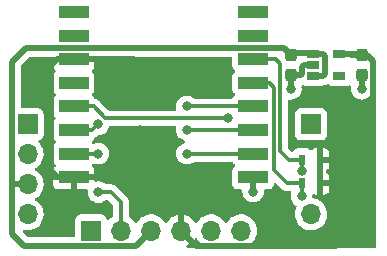
<source format=gbr>
%TF.GenerationSoftware,KiCad,Pcbnew,(6.0.1)*%
%TF.CreationDate,2022-06-04T23:11:39+02:00*%
%TF.ProjectId,esp-lvl,6573702d-6c76-46c2-9e6b-696361645f70,rev?*%
%TF.SameCoordinates,Original*%
%TF.FileFunction,Copper,L1,Top*%
%TF.FilePolarity,Positive*%
%FSLAX46Y46*%
G04 Gerber Fmt 4.6, Leading zero omitted, Abs format (unit mm)*
G04 Created by KiCad (PCBNEW (6.0.1)) date 2022-06-04 23:11:39*
%MOMM*%
%LPD*%
G01*
G04 APERTURE LIST*
G04 Aperture macros list*
%AMRoundRect*
0 Rectangle with rounded corners*
0 $1 Rounding radius*
0 $2 $3 $4 $5 $6 $7 $8 $9 X,Y pos of 4 corners*
0 Add a 4 corners polygon primitive as box body*
4,1,4,$2,$3,$4,$5,$6,$7,$8,$9,$2,$3,0*
0 Add four circle primitives for the rounded corners*
1,1,$1+$1,$2,$3*
1,1,$1+$1,$4,$5*
1,1,$1+$1,$6,$7*
1,1,$1+$1,$8,$9*
0 Add four rect primitives between the rounded corners*
20,1,$1+$1,$2,$3,$4,$5,0*
20,1,$1+$1,$4,$5,$6,$7,0*
20,1,$1+$1,$6,$7,$8,$9,0*
20,1,$1+$1,$8,$9,$2,$3,0*%
G04 Aperture macros list end*
%TA.AperFunction,ComponentPad*%
%ADD10R,1.700000X1.700000*%
%TD*%
%TA.AperFunction,ComponentPad*%
%ADD11O,1.700000X1.700000*%
%TD*%
%TA.AperFunction,SMDPad,CuDef*%
%ADD12R,2.500000X1.000000*%
%TD*%
%TA.AperFunction,SMDPad,CuDef*%
%ADD13R,0.600000X0.900000*%
%TD*%
%TA.AperFunction,SMDPad,CuDef*%
%ADD14RoundRect,0.237500X-0.237500X0.287500X-0.237500X-0.287500X0.237500X-0.287500X0.237500X0.287500X0*%
%TD*%
%TA.AperFunction,SMDPad,CuDef*%
%ADD15R,1.060000X0.650000*%
%TD*%
%TA.AperFunction,ViaPad*%
%ADD16C,0.800000*%
%TD*%
%TA.AperFunction,Conductor*%
%ADD17C,0.500000*%
%TD*%
%TA.AperFunction,Conductor*%
%ADD18C,0.300000*%
%TD*%
G04 APERTURE END LIST*
D10*
%TO.P,J2,1,P1*%
%TO.N,/PWM_Colour*%
X110000000Y-75000000D03*
D11*
%TO.P,J2,4,P4*%
%TO.N,unconnected-(J2-Pad4)*%
X110000000Y-82620000D03*
%TD*%
D12*
%TO.P,U2,1,~{RST}*%
%TO.N,unconnected-(U2-Pad1)*%
X89900000Y-65500000D03*
%TO.P,U2,2,ADC*%
%TO.N,unconnected-(U2-Pad2)*%
X89900000Y-67500000D03*
%TO.P,U2,3,EN*%
%TO.N,+3V3*%
X89900000Y-69500000D03*
%TO.P,U2,4,GPIO16*%
%TO.N,unconnected-(U2-Pad4)*%
X89900000Y-71500000D03*
%TO.P,U2,5,GPIO14*%
%TO.N,/PWM_Colour*%
X89900000Y-73500000D03*
%TO.P,U2,6,GPIO12*%
%TO.N,/PWM_Bright*%
X89900000Y-75500000D03*
%TO.P,U2,7,GPIO13*%
%TO.N,/SENS*%
X89900000Y-77500000D03*
%TO.P,U2,8,VCC*%
%TO.N,+3V3*%
X89900000Y-79500000D03*
%TO.P,U2,15,GND*%
%TO.N,GND*%
X105100000Y-79500000D03*
%TO.P,U2,16,GPIO15*%
%TO.N,Net-(R5-Pad1)*%
X105100000Y-77500000D03*
%TO.P,U2,17,GPIO2*%
%TO.N,Net-(R2-Pad1)*%
X105100000Y-75500000D03*
%TO.P,U2,18,GPIO0*%
%TO.N,Net-(R1-Pad1)*%
X105100000Y-73500000D03*
%TO.P,U2,19,GPIO4*%
%TO.N,/SDA*%
X105100000Y-71500000D03*
%TO.P,U2,20,GPIO5*%
%TO.N,/SCL*%
X105100000Y-69500000D03*
%TO.P,U2,21,GPIO3/RXD*%
%TO.N,unconnected-(U2-Pad21)*%
X105100000Y-67500000D03*
%TO.P,U2,22,GPIO1/TXD*%
%TO.N,unconnected-(U2-Pad22)*%
X105100000Y-65500000D03*
%TD*%
D13*
%TO.P,R3,1*%
%TO.N,/SDA*%
X109250000Y-80000000D03*
%TO.P,R3,2*%
%TO.N,+3V3*%
X110750000Y-80000000D03*
%TD*%
D14*
%TO.P,C1,1*%
%TO.N,+5V*%
X108300000Y-69125000D03*
%TO.P,C1,2*%
%TO.N,GND*%
X108300000Y-70875000D03*
%TD*%
D15*
%TO.P,U1,1,IN*%
%TO.N,+5V*%
X110200000Y-69050000D03*
%TO.P,U1,2,GND*%
%TO.N,GND*%
X110200000Y-70000000D03*
%TO.P,U1,3,EN*%
%TO.N,+5V*%
X110200000Y-70950000D03*
%TO.P,U1,4,BYP*%
%TO.N,unconnected-(U1-Pad4)*%
X112400000Y-70950000D03*
%TO.P,U1,5,OUT*%
%TO.N,+3V3*%
X112400000Y-69050000D03*
%TD*%
D10*
%TO.P,J1,1,P1*%
%TO.N,unconnected-(J1-Pad1)*%
X86000000Y-75000000D03*
D11*
%TO.P,J1,2,P2*%
%TO.N,/PWM_Bright*%
X86000000Y-77540000D03*
%TO.P,J1,3,P3*%
%TO.N,+5V*%
X86000000Y-80080000D03*
%TO.P,J1,4,P4*%
%TO.N,GND*%
X86000000Y-82620000D03*
%TD*%
D13*
%TO.P,R4,1*%
%TO.N,/SCL*%
X109250000Y-78000000D03*
%TO.P,R4,2*%
%TO.N,+3V3*%
X110750000Y-78000000D03*
%TD*%
D10*
%TO.P,J3,1,P1*%
%TO.N,GND*%
X91380000Y-84000000D03*
D11*
%TO.P,J3,2,P2*%
%TO.N,/SENS*%
X93920000Y-84000000D03*
%TO.P,J3,3,P3*%
%TO.N,+5V*%
X96460000Y-84000000D03*
%TO.P,J3,4,P4*%
%TO.N,+3V3*%
X99000000Y-84000000D03*
%TO.P,J3,5,P5*%
%TO.N,/SCL*%
X101540000Y-84000000D03*
%TO.P,J3,6,6*%
%TO.N,/SDA*%
X104080000Y-84000000D03*
%TD*%
D14*
%TO.P,C2,1*%
%TO.N,+3V3*%
X114300000Y-69125000D03*
%TO.P,C2,2*%
%TO.N,GND*%
X114300000Y-70875000D03*
%TD*%
D16*
%TO.N,GND*%
X105100000Y-80700000D03*
X108300000Y-72000000D03*
X114300000Y-72000000D03*
%TO.N,+3V3*%
X95500000Y-75500000D03*
X95500000Y-73500000D03*
%TO.N,/SENS*%
X92000000Y-77500000D03*
X92000000Y-80750500D03*
%TO.N,/PWM_Bright*%
X92000000Y-75000000D03*
%TO.N,/SCL*%
X109200000Y-78950498D03*
%TO.N,/SDA*%
X109200000Y-81100000D03*
%TO.N,/PWM_Colour*%
X103000000Y-74500000D03*
%TO.N,Net-(R1-Pad1)*%
X99500000Y-73500000D03*
%TO.N,Net-(R2-Pad1)*%
X99500000Y-75500000D03*
%TO.N,Net-(R5-Pad1)*%
X99500000Y-77500000D03*
%TD*%
D17*
%TO.N,+5V*%
X95160489Y-85299511D02*
X85699511Y-85299511D01*
X86000000Y-80080000D02*
X84880000Y-80080000D01*
X96460000Y-84000000D02*
X95160489Y-85299511D01*
X111179511Y-70774511D02*
X111004022Y-70950000D01*
X84700489Y-79900489D02*
X84700489Y-69699511D01*
X110200000Y-69050000D02*
X111004022Y-69050000D01*
X85699511Y-85299511D02*
X84700489Y-84300489D01*
X84800000Y-80000000D02*
X84880000Y-80080000D01*
X111004022Y-69050000D02*
X111179511Y-69225489D01*
X108300000Y-69125000D02*
X108425000Y-69000000D01*
X85849511Y-68550489D02*
X107725489Y-68550489D01*
X110150000Y-69000000D02*
X110200000Y-69050000D01*
X107725489Y-68550489D02*
X108300000Y-69125000D01*
X84700489Y-80099511D02*
X84800000Y-80000000D01*
X84700489Y-84300489D02*
X84700489Y-80099511D01*
X111179511Y-69225489D02*
X111179511Y-70774511D01*
X108425000Y-69000000D02*
X110150000Y-69000000D01*
X111004022Y-70950000D02*
X110200000Y-70950000D01*
X84700489Y-69699511D02*
X85849511Y-68550489D01*
X84880000Y-80080000D02*
X84700489Y-79900489D01*
%TO.N,GND*%
X108300000Y-70875000D02*
X109125000Y-70875000D01*
X109125000Y-70875000D02*
X109220489Y-70779511D01*
X109220489Y-70175489D02*
X109395978Y-70000000D01*
X109395978Y-70000000D02*
X110200000Y-70000000D01*
X108300000Y-70875000D02*
X108300000Y-72000000D01*
X105100000Y-79500000D02*
X105100000Y-80700000D01*
X109220489Y-70779511D02*
X109220489Y-70175489D01*
X114300000Y-70875000D02*
X114300000Y-72000000D01*
%TO.N,+3V3*%
X114300000Y-69125000D02*
X114712500Y-69125000D01*
X115224520Y-69637020D02*
X115224520Y-77975480D01*
X99000000Y-84000000D02*
X100300000Y-85300000D01*
X115200000Y-78000000D02*
X110750000Y-78000000D01*
X88500000Y-69500000D02*
X89900000Y-69500000D01*
X114712500Y-69125000D02*
X115224520Y-69637020D01*
X89900000Y-79500000D02*
X95600000Y-79500000D01*
X88000000Y-79000000D02*
X88000000Y-70000000D01*
X112100000Y-85300000D02*
X115200000Y-82200000D01*
X114225000Y-69050000D02*
X114300000Y-69125000D01*
X95600000Y-79500000D02*
X98000000Y-79500000D01*
X98000000Y-79500000D02*
X99000000Y-80500000D01*
X89900000Y-79500000D02*
X88500000Y-79500000D01*
X89900000Y-69500000D02*
X95000000Y-69500000D01*
X115224520Y-77975480D02*
X115200000Y-78000000D01*
X88000000Y-70000000D02*
X88500000Y-69500000D01*
X99000000Y-80500000D02*
X99000000Y-84000000D01*
X95500000Y-79400000D02*
X95600000Y-79500000D01*
X110750000Y-80000000D02*
X110750000Y-78000000D01*
X100300000Y-85300000D02*
X112100000Y-85300000D01*
X95000000Y-69500000D02*
X95500000Y-70000000D01*
X115200000Y-82200000D02*
X115200000Y-78000000D01*
X112400000Y-69050000D02*
X114225000Y-69050000D01*
X95500000Y-70000000D02*
X95500000Y-73500000D01*
X88500000Y-79500000D02*
X88000000Y-79000000D01*
X95500000Y-75500000D02*
X95500000Y-79400000D01*
D18*
%TO.N,/SENS*%
X92000000Y-80750500D02*
X93050500Y-80750500D01*
X93050500Y-80750500D02*
X93920000Y-81620000D01*
X93920000Y-81620000D02*
X93920000Y-84000000D01*
X89900000Y-77500000D02*
X92000000Y-77500000D01*
%TO.N,/PWM_Bright*%
X89900000Y-75500000D02*
X91500000Y-75500000D01*
X91500000Y-75500000D02*
X92000000Y-75000000D01*
%TO.N,/SCL*%
X107399520Y-69899520D02*
X107399520Y-77299520D01*
X107399520Y-77299520D02*
X108100000Y-78000000D01*
X107000000Y-69500000D02*
X107399520Y-69899520D01*
X109200000Y-78950498D02*
X109200000Y-78050000D01*
X109200000Y-78050000D02*
X109250000Y-78000000D01*
X105100000Y-69500000D02*
X107000000Y-69500000D01*
X108100000Y-78000000D02*
X109250000Y-78000000D01*
%TO.N,/SDA*%
X106900000Y-71900000D02*
X106900000Y-78900000D01*
X109200000Y-81100000D02*
X109200000Y-80050000D01*
X106500000Y-71500000D02*
X106900000Y-71900000D01*
X106900000Y-78900000D02*
X108000000Y-80000000D01*
X108000000Y-80000000D02*
X109250000Y-80000000D01*
X105100000Y-71500000D02*
X106500000Y-71500000D01*
X109200000Y-80050000D02*
X109250000Y-80000000D01*
%TO.N,/PWM_Colour*%
X103000000Y-74500000D02*
X92600000Y-74500000D01*
X92600000Y-74500000D02*
X91600000Y-73500000D01*
X91600000Y-73500000D02*
X89900000Y-73500000D01*
%TO.N,Net-(R1-Pad1)*%
X99500000Y-73500000D02*
X105100000Y-73500000D01*
%TO.N,Net-(R2-Pad1)*%
X99500000Y-75500000D02*
X105100000Y-75500000D01*
%TO.N,Net-(R5-Pad1)*%
X99500000Y-77500000D02*
X105100000Y-77500000D01*
%TD*%
%TA.AperFunction,Conductor*%
%TO.N,+3V3*%
G36*
X100351751Y-84674678D02*
G01*
X100379579Y-84706511D01*
X100439987Y-84805088D01*
X100586250Y-84973938D01*
X100758126Y-85116632D01*
X100951000Y-85229338D01*
X100955825Y-85231180D01*
X100955826Y-85231181D01*
X101000630Y-85248290D01*
X101057133Y-85291278D01*
X101081426Y-85357989D01*
X101065796Y-85427244D01*
X101015204Y-85477054D01*
X100955681Y-85492000D01*
X99585004Y-85492000D01*
X99516883Y-85471998D01*
X99470390Y-85418342D01*
X99460286Y-85348068D01*
X99489780Y-85283488D01*
X99529571Y-85252849D01*
X99693095Y-85172739D01*
X99701945Y-85167464D01*
X99875328Y-85043792D01*
X99883200Y-85037139D01*
X100034052Y-84886812D01*
X100040730Y-84878965D01*
X100168022Y-84701819D01*
X100169279Y-84702722D01*
X100216373Y-84659362D01*
X100286311Y-84647145D01*
X100351751Y-84674678D01*
G37*
%TD.AperFunction*%
%TA.AperFunction,Conductor*%
G36*
X103283621Y-69328991D02*
G01*
X103330114Y-69382647D01*
X103341500Y-69434989D01*
X103341500Y-70048134D01*
X103348255Y-70110316D01*
X103399385Y-70246705D01*
X103486739Y-70363261D01*
X103534660Y-70399176D01*
X103577173Y-70456033D01*
X103582199Y-70526851D01*
X103548139Y-70589145D01*
X103534670Y-70600817D01*
X103486739Y-70636739D01*
X103399385Y-70753295D01*
X103348255Y-70889684D01*
X103341500Y-70951866D01*
X103341500Y-72048134D01*
X103348255Y-72110316D01*
X103399385Y-72246705D01*
X103486739Y-72363261D01*
X103534660Y-72399176D01*
X103577173Y-72456033D01*
X103582199Y-72526851D01*
X103548139Y-72589145D01*
X103534670Y-72600817D01*
X103486739Y-72636739D01*
X103399385Y-72753295D01*
X103396233Y-72761703D01*
X103391923Y-72769575D01*
X103390259Y-72768664D01*
X103354337Y-72816490D01*
X103287776Y-72841193D01*
X103278991Y-72841500D01*
X100180224Y-72841500D01*
X100112103Y-72821498D01*
X100106163Y-72817436D01*
X100105909Y-72817251D01*
X100007996Y-72746113D01*
X99962094Y-72712763D01*
X99962093Y-72712762D01*
X99956752Y-72708882D01*
X99950724Y-72706198D01*
X99950722Y-72706197D01*
X99788319Y-72633891D01*
X99788318Y-72633891D01*
X99782288Y-72631206D01*
X99688887Y-72611353D01*
X99601944Y-72592872D01*
X99601939Y-72592872D01*
X99595487Y-72591500D01*
X99404513Y-72591500D01*
X99398061Y-72592872D01*
X99398056Y-72592872D01*
X99311113Y-72611353D01*
X99217712Y-72631206D01*
X99211682Y-72633891D01*
X99211681Y-72633891D01*
X99049278Y-72706197D01*
X99049276Y-72706198D01*
X99043248Y-72708882D01*
X98888747Y-72821134D01*
X98884326Y-72826044D01*
X98884325Y-72826045D01*
X98771036Y-72951866D01*
X98760960Y-72963056D01*
X98665473Y-73128444D01*
X98606458Y-73310072D01*
X98586496Y-73500000D01*
X98606458Y-73689928D01*
X98606883Y-73691237D01*
X98601628Y-73760095D01*
X98558811Y-73816727D01*
X98492173Y-73841220D01*
X98483784Y-73841500D01*
X92924950Y-73841500D01*
X92856829Y-73821498D01*
X92835855Y-73804595D01*
X92123655Y-73092395D01*
X92115665Y-73083615D01*
X92115663Y-73083613D01*
X92111416Y-73076920D01*
X92059742Y-73028395D01*
X92056901Y-73025641D01*
X92036333Y-73005073D01*
X92032826Y-73002353D01*
X92023804Y-72994647D01*
X91995913Y-72968456D01*
X91990133Y-72963028D01*
X91983181Y-72959206D01*
X91971342Y-72952697D01*
X91954818Y-72941843D01*
X91944132Y-72933555D01*
X91937868Y-72928696D01*
X91930596Y-72925549D01*
X91930594Y-72925548D01*
X91895465Y-72910346D01*
X91884805Y-72905124D01*
X91851284Y-72886695D01*
X91851282Y-72886694D01*
X91844337Y-72882876D01*
X91823559Y-72877541D01*
X91804869Y-72871142D01*
X91785176Y-72862620D01*
X91739552Y-72855394D01*
X91727928Y-72852986D01*
X91692007Y-72843763D01*
X91631001Y-72807449D01*
X91605361Y-72765955D01*
X91603765Y-72761698D01*
X91600615Y-72753295D01*
X91595235Y-72746116D01*
X91595233Y-72746113D01*
X91518642Y-72643919D01*
X91513261Y-72636739D01*
X91465340Y-72600824D01*
X91422827Y-72543967D01*
X91417801Y-72473149D01*
X91451861Y-72410855D01*
X91465330Y-72399183D01*
X91513261Y-72363261D01*
X91600615Y-72246705D01*
X91651745Y-72110316D01*
X91658500Y-72048134D01*
X91658500Y-70951866D01*
X91651745Y-70889684D01*
X91600615Y-70753295D01*
X91513261Y-70636739D01*
X91464926Y-70600514D01*
X91422411Y-70543655D01*
X91417385Y-70472836D01*
X91451445Y-70410543D01*
X91464925Y-70398862D01*
X91505726Y-70368283D01*
X91518285Y-70355724D01*
X91594786Y-70253649D01*
X91603324Y-70238054D01*
X91648478Y-70117606D01*
X91652105Y-70102351D01*
X91657631Y-70051486D01*
X91658000Y-70044672D01*
X91658000Y-69772115D01*
X91653525Y-69756876D01*
X91652135Y-69755671D01*
X91644452Y-69754000D01*
X88160116Y-69754000D01*
X88144877Y-69758475D01*
X88143672Y-69759865D01*
X88142001Y-69767548D01*
X88142001Y-70044669D01*
X88142371Y-70051490D01*
X88147895Y-70102352D01*
X88151521Y-70117604D01*
X88196676Y-70238054D01*
X88205214Y-70253649D01*
X88281715Y-70355724D01*
X88294274Y-70368283D01*
X88335075Y-70398862D01*
X88377589Y-70455722D01*
X88382614Y-70526540D01*
X88348554Y-70588834D01*
X88335075Y-70600513D01*
X88286739Y-70636739D01*
X88199385Y-70753295D01*
X88148255Y-70889684D01*
X88141500Y-70951866D01*
X88141500Y-72048134D01*
X88148255Y-72110316D01*
X88199385Y-72246705D01*
X88286739Y-72363261D01*
X88334660Y-72399176D01*
X88377173Y-72456033D01*
X88382199Y-72526851D01*
X88348139Y-72589145D01*
X88334670Y-72600817D01*
X88286739Y-72636739D01*
X88199385Y-72753295D01*
X88148255Y-72889684D01*
X88141500Y-72951866D01*
X88141500Y-74048134D01*
X88148255Y-74110316D01*
X88199385Y-74246705D01*
X88286739Y-74363261D01*
X88334660Y-74399176D01*
X88377173Y-74456033D01*
X88382199Y-74526851D01*
X88348139Y-74589145D01*
X88334670Y-74600817D01*
X88286739Y-74636739D01*
X88199385Y-74753295D01*
X88148255Y-74889684D01*
X88141500Y-74951866D01*
X88141500Y-76048134D01*
X88148255Y-76110316D01*
X88199385Y-76246705D01*
X88286739Y-76363261D01*
X88334660Y-76399176D01*
X88377173Y-76456033D01*
X88382199Y-76526851D01*
X88348139Y-76589145D01*
X88334670Y-76600817D01*
X88286739Y-76636739D01*
X88199385Y-76753295D01*
X88148255Y-76889684D01*
X88141500Y-76951866D01*
X88141500Y-78048134D01*
X88148255Y-78110316D01*
X88199385Y-78246705D01*
X88286739Y-78363261D01*
X88293919Y-78368642D01*
X88335074Y-78399486D01*
X88377589Y-78456345D01*
X88382615Y-78527164D01*
X88348555Y-78589457D01*
X88335075Y-78601138D01*
X88294274Y-78631717D01*
X88281715Y-78644276D01*
X88205214Y-78746351D01*
X88196676Y-78761946D01*
X88151522Y-78882394D01*
X88147895Y-78897649D01*
X88142369Y-78948514D01*
X88142000Y-78955328D01*
X88142000Y-79227885D01*
X88146475Y-79243124D01*
X88147865Y-79244329D01*
X88155548Y-79246000D01*
X91639884Y-79246000D01*
X91655123Y-79241525D01*
X91656328Y-79240135D01*
X91657999Y-79232452D01*
X91657999Y-78955331D01*
X91657629Y-78948510D01*
X91652105Y-78897648D01*
X91648479Y-78882396D01*
X91603324Y-78761946D01*
X91594786Y-78746351D01*
X91518285Y-78644276D01*
X91505726Y-78631717D01*
X91464925Y-78601138D01*
X91422411Y-78544278D01*
X91417386Y-78473460D01*
X91451446Y-78411166D01*
X91464926Y-78399486D01*
X91506081Y-78368642D01*
X91513261Y-78363261D01*
X91513630Y-78362769D01*
X91572250Y-78330759D01*
X91643065Y-78335824D01*
X91650281Y-78338773D01*
X91711677Y-78366108D01*
X91711685Y-78366111D01*
X91717712Y-78368794D01*
X91811113Y-78388647D01*
X91898056Y-78407128D01*
X91898061Y-78407128D01*
X91904513Y-78408500D01*
X92095487Y-78408500D01*
X92101939Y-78407128D01*
X92101944Y-78407128D01*
X92188887Y-78388647D01*
X92282288Y-78368794D01*
X92288321Y-78366108D01*
X92450722Y-78293803D01*
X92450724Y-78293802D01*
X92456752Y-78291118D01*
X92611253Y-78178866D01*
X92725906Y-78051531D01*
X92734621Y-78041852D01*
X92734622Y-78041851D01*
X92739040Y-78036944D01*
X92834527Y-77871556D01*
X92893542Y-77689928D01*
X92913504Y-77500000D01*
X92893542Y-77310072D01*
X92834527Y-77128444D01*
X92739040Y-76963056D01*
X92728965Y-76951866D01*
X92615675Y-76826045D01*
X92615674Y-76826044D01*
X92611253Y-76821134D01*
X92456752Y-76708882D01*
X92450724Y-76706198D01*
X92450722Y-76706197D01*
X92288319Y-76633891D01*
X92288318Y-76633891D01*
X92282288Y-76631206D01*
X92188887Y-76611353D01*
X92101944Y-76592872D01*
X92101939Y-76592872D01*
X92095487Y-76591500D01*
X91904513Y-76591500D01*
X91898061Y-76592872D01*
X91898056Y-76592872D01*
X91811113Y-76611353D01*
X91717712Y-76631206D01*
X91711685Y-76633889D01*
X91711677Y-76633892D01*
X91650281Y-76661227D01*
X91579914Y-76670661D01*
X91516392Y-76640917D01*
X91513261Y-76636739D01*
X91465340Y-76600824D01*
X91422827Y-76543967D01*
X91417801Y-76473149D01*
X91451861Y-76410855D01*
X91465330Y-76399183D01*
X91513261Y-76363261D01*
X91600615Y-76246705D01*
X91615465Y-76207093D01*
X91658108Y-76150329D01*
X91687060Y-76134174D01*
X91708019Y-76125875D01*
X91719231Y-76122035D01*
X91763600Y-76109145D01*
X91782065Y-76098225D01*
X91799805Y-76089534D01*
X91819756Y-76081635D01*
X91857129Y-76054482D01*
X91867048Y-76047967D01*
X91899977Y-76028493D01*
X91899981Y-76028490D01*
X91906807Y-76024453D01*
X91921971Y-76009289D01*
X91937005Y-75996448D01*
X91947943Y-75988501D01*
X91954357Y-75983841D01*
X91973819Y-75960316D01*
X91978892Y-75954184D01*
X92037726Y-75914446D01*
X92075976Y-75908500D01*
X92095487Y-75908500D01*
X92101939Y-75907128D01*
X92101944Y-75907128D01*
X92188888Y-75888647D01*
X92282288Y-75868794D01*
X92290201Y-75865271D01*
X92450722Y-75793803D01*
X92450724Y-75793802D01*
X92456752Y-75791118D01*
X92611253Y-75678866D01*
X92739040Y-75536944D01*
X92834527Y-75371556D01*
X92875465Y-75245563D01*
X92915539Y-75186958D01*
X92980936Y-75159321D01*
X92995298Y-75158500D01*
X98483784Y-75158500D01*
X98551905Y-75178502D01*
X98598398Y-75232158D01*
X98608502Y-75302432D01*
X98607971Y-75305416D01*
X98606458Y-75310072D01*
X98586496Y-75500000D01*
X98606458Y-75689928D01*
X98665473Y-75871556D01*
X98668776Y-75877278D01*
X98668777Y-75877279D01*
X98686803Y-75908500D01*
X98760960Y-76036944D01*
X98765378Y-76041851D01*
X98765379Y-76041852D01*
X98841034Y-76125875D01*
X98888747Y-76178866D01*
X99043248Y-76291118D01*
X99049276Y-76293802D01*
X99049278Y-76293803D01*
X99211681Y-76366109D01*
X99217712Y-76368794D01*
X99255156Y-76376753D01*
X99317629Y-76410482D01*
X99351951Y-76472631D01*
X99347223Y-76543470D01*
X99304947Y-76600508D01*
X99255156Y-76623247D01*
X99217712Y-76631206D01*
X99211682Y-76633891D01*
X99211681Y-76633891D01*
X99049278Y-76706197D01*
X99049276Y-76706198D01*
X99043248Y-76708882D01*
X98888747Y-76821134D01*
X98884326Y-76826044D01*
X98884325Y-76826045D01*
X98771036Y-76951866D01*
X98760960Y-76963056D01*
X98665473Y-77128444D01*
X98606458Y-77310072D01*
X98586496Y-77500000D01*
X98606458Y-77689928D01*
X98665473Y-77871556D01*
X98760960Y-78036944D01*
X98765378Y-78041851D01*
X98765379Y-78041852D01*
X98774094Y-78051531D01*
X98888747Y-78178866D01*
X99043248Y-78291118D01*
X99049276Y-78293802D01*
X99049278Y-78293803D01*
X99211679Y-78366108D01*
X99217712Y-78368794D01*
X99311113Y-78388647D01*
X99398056Y-78407128D01*
X99398061Y-78407128D01*
X99404513Y-78408500D01*
X99595487Y-78408500D01*
X99601939Y-78407128D01*
X99601944Y-78407128D01*
X99688887Y-78388647D01*
X99782288Y-78368794D01*
X99788321Y-78366108D01*
X99950722Y-78293803D01*
X99950724Y-78293802D01*
X99956752Y-78291118D01*
X100005541Y-78255671D01*
X100054126Y-78220371D01*
X100106163Y-78182564D01*
X100173031Y-78158706D01*
X100180224Y-78158500D01*
X103278991Y-78158500D01*
X103347112Y-78178502D01*
X103393605Y-78232158D01*
X103395903Y-78237694D01*
X103396232Y-78238296D01*
X103399385Y-78246705D01*
X103486739Y-78363261D01*
X103534660Y-78399176D01*
X103577173Y-78456033D01*
X103582199Y-78526851D01*
X103548139Y-78589145D01*
X103534670Y-78600817D01*
X103486739Y-78636739D01*
X103399385Y-78753295D01*
X103348255Y-78889684D01*
X103341500Y-78951866D01*
X103341500Y-80048134D01*
X103348255Y-80110316D01*
X103399385Y-80246705D01*
X103486739Y-80363261D01*
X103603295Y-80450615D01*
X103739684Y-80501745D01*
X103801866Y-80508500D01*
X104066686Y-80508500D01*
X104134807Y-80528502D01*
X104181300Y-80582158D01*
X104191996Y-80647670D01*
X104188563Y-80680336D01*
X104186496Y-80700000D01*
X104187186Y-80706565D01*
X104195123Y-80782077D01*
X104206458Y-80889928D01*
X104265473Y-81071556D01*
X104360960Y-81236944D01*
X104365378Y-81241851D01*
X104365379Y-81241852D01*
X104474783Y-81363357D01*
X104488747Y-81378866D01*
X104643248Y-81491118D01*
X104649276Y-81493802D01*
X104649278Y-81493803D01*
X104747956Y-81537737D01*
X104817712Y-81568794D01*
X104911112Y-81588647D01*
X104998056Y-81607128D01*
X104998061Y-81607128D01*
X105004513Y-81608500D01*
X105195487Y-81608500D01*
X105201939Y-81607128D01*
X105201944Y-81607128D01*
X105288888Y-81588647D01*
X105382288Y-81568794D01*
X105452044Y-81537737D01*
X105550722Y-81493803D01*
X105550724Y-81493802D01*
X105556752Y-81491118D01*
X105711253Y-81378866D01*
X105725217Y-81363357D01*
X105834621Y-81241852D01*
X105834622Y-81241851D01*
X105839040Y-81236944D01*
X105934527Y-81071556D01*
X105993542Y-80889928D01*
X106004878Y-80782077D01*
X106012814Y-80706565D01*
X106013504Y-80700000D01*
X106011437Y-80680336D01*
X106008004Y-80647670D01*
X106020776Y-80577832D01*
X106069278Y-80525985D01*
X106133314Y-80508500D01*
X106398134Y-80508500D01*
X106460316Y-80501745D01*
X106596705Y-80450615D01*
X106713261Y-80363261D01*
X106800615Y-80246705D01*
X106851745Y-80110316D01*
X106855416Y-80076522D01*
X106882657Y-80010960D01*
X106941020Y-79970533D01*
X107011974Y-79968077D01*
X107069774Y-80001034D01*
X107476345Y-80407605D01*
X107484335Y-80416385D01*
X107488584Y-80423080D01*
X107494362Y-80428506D01*
X107494363Y-80428507D01*
X107540257Y-80471604D01*
X107543099Y-80474359D01*
X107563667Y-80494927D01*
X107567170Y-80497644D01*
X107576195Y-80505352D01*
X107609867Y-80536972D01*
X107616818Y-80540793D01*
X107616819Y-80540794D01*
X107628658Y-80547303D01*
X107645182Y-80558157D01*
X107655271Y-80565982D01*
X107662132Y-80571304D01*
X107669404Y-80574451D01*
X107669406Y-80574452D01*
X107704535Y-80589654D01*
X107715196Y-80594876D01*
X107755663Y-80617124D01*
X107776441Y-80622459D01*
X107795131Y-80628858D01*
X107814824Y-80637380D01*
X107858596Y-80644313D01*
X107860448Y-80644606D01*
X107872071Y-80647013D01*
X107900072Y-80654202D01*
X107916812Y-80658500D01*
X107938259Y-80658500D01*
X107957969Y-80660051D01*
X107979152Y-80663406D01*
X108025141Y-80659059D01*
X108036996Y-80658500D01*
X108214775Y-80658500D01*
X108282896Y-80678502D01*
X108329389Y-80732158D01*
X108339493Y-80802432D01*
X108334608Y-80823436D01*
X108306458Y-80910072D01*
X108305768Y-80916633D01*
X108305768Y-80916635D01*
X108301285Y-80959292D01*
X108286496Y-81100000D01*
X108287186Y-81106565D01*
X108303617Y-81262894D01*
X108306458Y-81289928D01*
X108365473Y-81471556D01*
X108368776Y-81477278D01*
X108368777Y-81477279D01*
X108386834Y-81508555D01*
X108460960Y-81636944D01*
X108465378Y-81641851D01*
X108465379Y-81641852D01*
X108519590Y-81702059D01*
X108588747Y-81778866D01*
X108594089Y-81782747D01*
X108594091Y-81782749D01*
X108732119Y-81883032D01*
X108775473Y-81939254D01*
X108781548Y-82009990D01*
X108772345Y-82038019D01*
X108722869Y-82144604D01*
X108722865Y-82144616D01*
X108720688Y-82149305D01*
X108660989Y-82364570D01*
X108637251Y-82586695D01*
X108637548Y-82591848D01*
X108637548Y-82591851D01*
X108644059Y-82704771D01*
X108650110Y-82809715D01*
X108651247Y-82814761D01*
X108651248Y-82814767D01*
X108663200Y-82867799D01*
X108699222Y-83027639D01*
X108783266Y-83234616D01*
X108899987Y-83425088D01*
X109046250Y-83593938D01*
X109218126Y-83736632D01*
X109411000Y-83849338D01*
X109619692Y-83929030D01*
X109624760Y-83930061D01*
X109624763Y-83930062D01*
X109732017Y-83951883D01*
X109838597Y-83973567D01*
X109843772Y-83973757D01*
X109843774Y-83973757D01*
X110056673Y-83981564D01*
X110056677Y-83981564D01*
X110061837Y-83981753D01*
X110066957Y-83981097D01*
X110066959Y-83981097D01*
X110278288Y-83954025D01*
X110278289Y-83954025D01*
X110283416Y-83953368D01*
X110288366Y-83951883D01*
X110492429Y-83890661D01*
X110492434Y-83890659D01*
X110497384Y-83889174D01*
X110697994Y-83790896D01*
X110879860Y-83661173D01*
X111038096Y-83503489D01*
X111097594Y-83420689D01*
X111165435Y-83326277D01*
X111168453Y-83322077D01*
X111179328Y-83300074D01*
X111265136Y-83126453D01*
X111265137Y-83126451D01*
X111267430Y-83121811D01*
X111332370Y-82908069D01*
X111361529Y-82686590D01*
X111361614Y-82683102D01*
X111363074Y-82623365D01*
X111363074Y-82623361D01*
X111363156Y-82620000D01*
X111344852Y-82397361D01*
X111290431Y-82180702D01*
X111201354Y-81975840D01*
X111080014Y-81788277D01*
X110929670Y-81623051D01*
X110925619Y-81619852D01*
X110925615Y-81619848D01*
X110758414Y-81487800D01*
X110758410Y-81487798D01*
X110754359Y-81484598D01*
X110730734Y-81471556D01*
X110654306Y-81429366D01*
X110558789Y-81376638D01*
X110553920Y-81374914D01*
X110553916Y-81374912D01*
X110353087Y-81303795D01*
X110353083Y-81303794D01*
X110348212Y-81302069D01*
X110343119Y-81301162D01*
X110343116Y-81301161D01*
X110212444Y-81277885D01*
X110148886Y-81246247D01*
X110112523Y-81185270D01*
X110109230Y-81140668D01*
X110112814Y-81106566D01*
X110112814Y-81106565D01*
X110113504Y-81100000D01*
X110109251Y-81059535D01*
X110122023Y-80989697D01*
X110170525Y-80937850D01*
X110239358Y-80920456D01*
X110278791Y-80928383D01*
X110332395Y-80948478D01*
X110347649Y-80952105D01*
X110398514Y-80957631D01*
X110405328Y-80958000D01*
X110477885Y-80958000D01*
X110493124Y-80953525D01*
X110494329Y-80952135D01*
X110496000Y-80944452D01*
X110496000Y-80939884D01*
X111004000Y-80939884D01*
X111008475Y-80955123D01*
X111009865Y-80956328D01*
X111017548Y-80957999D01*
X111094669Y-80957999D01*
X111101490Y-80957629D01*
X111152352Y-80952105D01*
X111167604Y-80948479D01*
X111288054Y-80903324D01*
X111303649Y-80894786D01*
X111405724Y-80818285D01*
X111418285Y-80805724D01*
X111494786Y-80703649D01*
X111503324Y-80688054D01*
X111548478Y-80567606D01*
X111552105Y-80552351D01*
X111557631Y-80501486D01*
X111558000Y-80494672D01*
X111558000Y-80272115D01*
X111553525Y-80256876D01*
X111552135Y-80255671D01*
X111544452Y-80254000D01*
X111022115Y-80254000D01*
X111006876Y-80258475D01*
X111005671Y-80259865D01*
X111004000Y-80267548D01*
X111004000Y-80939884D01*
X110496000Y-80939884D01*
X110496000Y-79872000D01*
X110516002Y-79803879D01*
X110569658Y-79757386D01*
X110622000Y-79746000D01*
X111539884Y-79746000D01*
X111555123Y-79741525D01*
X111556328Y-79740135D01*
X111557999Y-79732452D01*
X111557999Y-79505331D01*
X111557629Y-79498510D01*
X111552105Y-79447648D01*
X111548479Y-79432396D01*
X111503324Y-79311946D01*
X111494786Y-79296351D01*
X111418285Y-79194276D01*
X111405724Y-79181715D01*
X111297794Y-79100826D01*
X111255279Y-79043967D01*
X111250253Y-78973148D01*
X111284313Y-78910855D01*
X111297794Y-78899174D01*
X111405724Y-78818285D01*
X111418285Y-78805724D01*
X111494786Y-78703649D01*
X111503324Y-78688054D01*
X111548478Y-78567606D01*
X111552105Y-78552351D01*
X111557631Y-78501486D01*
X111558000Y-78494672D01*
X111558000Y-78272115D01*
X111553525Y-78256876D01*
X111552135Y-78255671D01*
X111544452Y-78254000D01*
X110622000Y-78254000D01*
X110553879Y-78233998D01*
X110507386Y-78180342D01*
X110496000Y-78128000D01*
X110496000Y-77727885D01*
X111004000Y-77727885D01*
X111008475Y-77743124D01*
X111009865Y-77744329D01*
X111017548Y-77746000D01*
X111539884Y-77746000D01*
X111555123Y-77741525D01*
X111556328Y-77740135D01*
X111557999Y-77732452D01*
X111557999Y-77505331D01*
X111557629Y-77498510D01*
X111552105Y-77447648D01*
X111548479Y-77432396D01*
X111503324Y-77311946D01*
X111494786Y-77296351D01*
X111418285Y-77194276D01*
X111405724Y-77181715D01*
X111303649Y-77105214D01*
X111288054Y-77096676D01*
X111167606Y-77051522D01*
X111152351Y-77047895D01*
X111101486Y-77042369D01*
X111094672Y-77042000D01*
X111022115Y-77042000D01*
X111006876Y-77046475D01*
X111005671Y-77047865D01*
X111004000Y-77055548D01*
X111004000Y-77727885D01*
X110496000Y-77727885D01*
X110496000Y-77060116D01*
X110491525Y-77044877D01*
X110490135Y-77043672D01*
X110482452Y-77042001D01*
X110405331Y-77042001D01*
X110398510Y-77042371D01*
X110347648Y-77047895D01*
X110332396Y-77051521D01*
X110211946Y-77096676D01*
X110196351Y-77105214D01*
X110094276Y-77181715D01*
X110089452Y-77186539D01*
X110027140Y-77220565D01*
X109956325Y-77215500D01*
X109914829Y-77188832D01*
X109913261Y-77186739D01*
X109796705Y-77099385D01*
X109660316Y-77048255D01*
X109598134Y-77041500D01*
X108901866Y-77041500D01*
X108839684Y-77048255D01*
X108703295Y-77099385D01*
X108586739Y-77186739D01*
X108581358Y-77193919D01*
X108515930Y-77281219D01*
X108459071Y-77323734D01*
X108388252Y-77328760D01*
X108326008Y-77294749D01*
X108212975Y-77181715D01*
X108094924Y-77063664D01*
X108060899Y-77001352D01*
X108058020Y-76974569D01*
X108058020Y-75898134D01*
X108641500Y-75898134D01*
X108648255Y-75960316D01*
X108699385Y-76096705D01*
X108786739Y-76213261D01*
X108903295Y-76300615D01*
X109039684Y-76351745D01*
X109101866Y-76358500D01*
X110898134Y-76358500D01*
X110960316Y-76351745D01*
X111096705Y-76300615D01*
X111213261Y-76213261D01*
X111300615Y-76096705D01*
X111351745Y-75960316D01*
X111358500Y-75898134D01*
X111358500Y-74101866D01*
X111351745Y-74039684D01*
X111300615Y-73903295D01*
X111213261Y-73786739D01*
X111096705Y-73699385D01*
X110960316Y-73648255D01*
X110898134Y-73641500D01*
X109101866Y-73641500D01*
X109039684Y-73648255D01*
X108903295Y-73699385D01*
X108786739Y-73786739D01*
X108699385Y-73903295D01*
X108648255Y-74039684D01*
X108641500Y-74101866D01*
X108641500Y-75898134D01*
X108058020Y-75898134D01*
X108058020Y-73032346D01*
X108078022Y-72964225D01*
X108131678Y-72917732D01*
X108197191Y-72907036D01*
X108198050Y-72907126D01*
X108204513Y-72908500D01*
X108395487Y-72908500D01*
X108401939Y-72907128D01*
X108401944Y-72907128D01*
X108498071Y-72886695D01*
X108582288Y-72868794D01*
X108588319Y-72866109D01*
X108750722Y-72793803D01*
X108750724Y-72793802D01*
X108756752Y-72791118D01*
X108911253Y-72678866D01*
X108915675Y-72673955D01*
X109034621Y-72541852D01*
X109034622Y-72541851D01*
X109039040Y-72536944D01*
X109134527Y-72371556D01*
X109193542Y-72189928D01*
X109201910Y-72110316D01*
X109212814Y-72006565D01*
X109213504Y-72000000D01*
X109194443Y-71818643D01*
X109207215Y-71748805D01*
X109255717Y-71696958D01*
X109324550Y-71679564D01*
X109395316Y-71704646D01*
X109423295Y-71725615D01*
X109559684Y-71776745D01*
X109621866Y-71783500D01*
X110778134Y-71783500D01*
X110840316Y-71776745D01*
X110924929Y-71745025D01*
X110968303Y-71728765D01*
X110968304Y-71728764D01*
X110976705Y-71725615D01*
X110979854Y-71723255D01*
X111026868Y-71709173D01*
X111030058Y-71708913D01*
X111040253Y-71708500D01*
X111048315Y-71708500D01*
X111061605Y-71706951D01*
X111076529Y-71705211D01*
X111080904Y-71704778D01*
X111146361Y-71699454D01*
X111146364Y-71699453D01*
X111153659Y-71698860D01*
X111160623Y-71696604D01*
X111166582Y-71695413D01*
X111172437Y-71694029D01*
X111179703Y-71693182D01*
X111248349Y-71668265D01*
X111252477Y-71666848D01*
X111314958Y-71646607D01*
X111314960Y-71646606D01*
X111321921Y-71644351D01*
X111328176Y-71640555D01*
X111333650Y-71638049D01*
X111339079Y-71635330D01*
X111345959Y-71632833D01*
X111353215Y-71628075D01*
X111355172Y-71626793D01*
X111357599Y-71626056D01*
X111358628Y-71625541D01*
X111358716Y-71625717D01*
X111423108Y-71606172D01*
X111491408Y-71625554D01*
X111505868Y-71637099D01*
X111506739Y-71638261D01*
X111623295Y-71725615D01*
X111759684Y-71776745D01*
X111821866Y-71783500D01*
X112978134Y-71783500D01*
X113040316Y-71776745D01*
X113176705Y-71725615D01*
X113204684Y-71704646D01*
X113271187Y-71679799D01*
X113340570Y-71694851D01*
X113390800Y-71745025D01*
X113405557Y-71818643D01*
X113386496Y-72000000D01*
X113387186Y-72006565D01*
X113398091Y-72110316D01*
X113406458Y-72189928D01*
X113465473Y-72371556D01*
X113560960Y-72536944D01*
X113565378Y-72541851D01*
X113565379Y-72541852D01*
X113684325Y-72673955D01*
X113688747Y-72678866D01*
X113843248Y-72791118D01*
X113849276Y-72793802D01*
X113849278Y-72793803D01*
X114011681Y-72866109D01*
X114017712Y-72868794D01*
X114101929Y-72886695D01*
X114198056Y-72907128D01*
X114198061Y-72907128D01*
X114204513Y-72908500D01*
X114395487Y-72908500D01*
X114401939Y-72907128D01*
X114401944Y-72907128D01*
X114498071Y-72886695D01*
X114582288Y-72868794D01*
X114588319Y-72866109D01*
X114750722Y-72793803D01*
X114750724Y-72793802D01*
X114756752Y-72791118D01*
X114911253Y-72678866D01*
X114915675Y-72673955D01*
X115034621Y-72541852D01*
X115034622Y-72541851D01*
X115039040Y-72536944D01*
X115134527Y-72371556D01*
X115193542Y-72189928D01*
X115201910Y-72110316D01*
X115212814Y-72006565D01*
X115213504Y-72000000D01*
X115193542Y-71810072D01*
X115164350Y-71720229D01*
X115149823Y-71675518D01*
X115147796Y-71604550D01*
X115162396Y-71570466D01*
X115214369Y-71486150D01*
X115214370Y-71486149D01*
X115218209Y-71479920D01*
X115246407Y-71394906D01*
X115286838Y-71336546D01*
X115352402Y-71309309D01*
X115422284Y-71321842D01*
X115474295Y-71370167D01*
X115492000Y-71434573D01*
X115492000Y-85366000D01*
X115471998Y-85434121D01*
X115418342Y-85480614D01*
X115366000Y-85492000D01*
X104666139Y-85492000D01*
X104598018Y-85471998D01*
X104551525Y-85418342D01*
X104541421Y-85348068D01*
X104570915Y-85283488D01*
X104610707Y-85252849D01*
X104664021Y-85226731D01*
X104777994Y-85170896D01*
X104959860Y-85041173D01*
X105118096Y-84883489D01*
X105248453Y-84702077D01*
X105261995Y-84674678D01*
X105345136Y-84506453D01*
X105345137Y-84506451D01*
X105347430Y-84501811D01*
X105412370Y-84288069D01*
X105441529Y-84066590D01*
X105443156Y-84000000D01*
X105424852Y-83777361D01*
X105370431Y-83560702D01*
X105281354Y-83355840D01*
X105160014Y-83168277D01*
X105009670Y-83003051D01*
X105005619Y-82999852D01*
X105005615Y-82999848D01*
X104838414Y-82867800D01*
X104838410Y-82867798D01*
X104834359Y-82864598D01*
X104798028Y-82844542D01*
X104744090Y-82814767D01*
X104638789Y-82756638D01*
X104633920Y-82754914D01*
X104633916Y-82754912D01*
X104433087Y-82683795D01*
X104433083Y-82683794D01*
X104428212Y-82682069D01*
X104423119Y-82681162D01*
X104423116Y-82681161D01*
X104213373Y-82643800D01*
X104213367Y-82643799D01*
X104208284Y-82642894D01*
X104134452Y-82641992D01*
X103990081Y-82640228D01*
X103990079Y-82640228D01*
X103984911Y-82640165D01*
X103764091Y-82673955D01*
X103551756Y-82743357D01*
X103478757Y-82781358D01*
X103363487Y-82841364D01*
X103353607Y-82846507D01*
X103349474Y-82849610D01*
X103349471Y-82849612D01*
X103179100Y-82977530D01*
X103174965Y-82980635D01*
X103171393Y-82984373D01*
X103063729Y-83097037D01*
X103020629Y-83142138D01*
X102913201Y-83299621D01*
X102858293Y-83344621D01*
X102787768Y-83352792D01*
X102724021Y-83321538D01*
X102703324Y-83297054D01*
X102622822Y-83172617D01*
X102622820Y-83172614D01*
X102620014Y-83168277D01*
X102469670Y-83003051D01*
X102465619Y-82999852D01*
X102465615Y-82999848D01*
X102298414Y-82867800D01*
X102298410Y-82867798D01*
X102294359Y-82864598D01*
X102258028Y-82844542D01*
X102204090Y-82814767D01*
X102098789Y-82756638D01*
X102093920Y-82754914D01*
X102093916Y-82754912D01*
X101893087Y-82683795D01*
X101893083Y-82683794D01*
X101888212Y-82682069D01*
X101883119Y-82681162D01*
X101883116Y-82681161D01*
X101673373Y-82643800D01*
X101673367Y-82643799D01*
X101668284Y-82642894D01*
X101594452Y-82641992D01*
X101450081Y-82640228D01*
X101450079Y-82640228D01*
X101444911Y-82640165D01*
X101224091Y-82673955D01*
X101011756Y-82743357D01*
X100938757Y-82781358D01*
X100823487Y-82841364D01*
X100813607Y-82846507D01*
X100809474Y-82849610D01*
X100809471Y-82849612D01*
X100639100Y-82977530D01*
X100634965Y-82980635D01*
X100631393Y-82984373D01*
X100523729Y-83097037D01*
X100480629Y-83142138D01*
X100373204Y-83299618D01*
X100372898Y-83300066D01*
X100317987Y-83345069D01*
X100247462Y-83353240D01*
X100183715Y-83321986D01*
X100163018Y-83297502D01*
X100082426Y-83172926D01*
X100076136Y-83164757D01*
X99932806Y-83007240D01*
X99925273Y-83000215D01*
X99758139Y-82868222D01*
X99749552Y-82862517D01*
X99563117Y-82759599D01*
X99553705Y-82755369D01*
X99352959Y-82684280D01*
X99342988Y-82681646D01*
X99271837Y-82668972D01*
X99258540Y-82670432D01*
X99254000Y-82684989D01*
X99254000Y-84128000D01*
X99233998Y-84196121D01*
X99180342Y-84242614D01*
X99128000Y-84254000D01*
X98872000Y-84254000D01*
X98803879Y-84233998D01*
X98757386Y-84180342D01*
X98746000Y-84128000D01*
X98746000Y-82683102D01*
X98742082Y-82669758D01*
X98727806Y-82667771D01*
X98689324Y-82673660D01*
X98679288Y-82676051D01*
X98476868Y-82742212D01*
X98467359Y-82746209D01*
X98278463Y-82844542D01*
X98269738Y-82850036D01*
X98099433Y-82977905D01*
X98091726Y-82984748D01*
X97944590Y-83138717D01*
X97938109Y-83146722D01*
X97833498Y-83300074D01*
X97778587Y-83345076D01*
X97708062Y-83353247D01*
X97644315Y-83321993D01*
X97623618Y-83297509D01*
X97542822Y-83172617D01*
X97542820Y-83172614D01*
X97540014Y-83168277D01*
X97389670Y-83003051D01*
X97385619Y-82999852D01*
X97385615Y-82999848D01*
X97218414Y-82867800D01*
X97218410Y-82867798D01*
X97214359Y-82864598D01*
X97178028Y-82844542D01*
X97124090Y-82814767D01*
X97018789Y-82756638D01*
X97013920Y-82754914D01*
X97013916Y-82754912D01*
X96813087Y-82683795D01*
X96813083Y-82683794D01*
X96808212Y-82682069D01*
X96803119Y-82681162D01*
X96803116Y-82681161D01*
X96593373Y-82643800D01*
X96593367Y-82643799D01*
X96588284Y-82642894D01*
X96514452Y-82641992D01*
X96370081Y-82640228D01*
X96370079Y-82640228D01*
X96364911Y-82640165D01*
X96144091Y-82673955D01*
X95931756Y-82743357D01*
X95858757Y-82781358D01*
X95743487Y-82841364D01*
X95733607Y-82846507D01*
X95729474Y-82849610D01*
X95729471Y-82849612D01*
X95559100Y-82977530D01*
X95554965Y-82980635D01*
X95551393Y-82984373D01*
X95443729Y-83097037D01*
X95400629Y-83142138D01*
X95293201Y-83299621D01*
X95238293Y-83344621D01*
X95167768Y-83352792D01*
X95104021Y-83321538D01*
X95083324Y-83297054D01*
X95002822Y-83172617D01*
X95002820Y-83172614D01*
X95000014Y-83168277D01*
X94849670Y-83003051D01*
X94845619Y-82999852D01*
X94845615Y-82999848D01*
X94678412Y-82867799D01*
X94674359Y-82864598D01*
X94669841Y-82862104D01*
X94669835Y-82862100D01*
X94643605Y-82847620D01*
X94593635Y-82797187D01*
X94578500Y-82737312D01*
X94578500Y-81702059D01*
X94579059Y-81690203D01*
X94580789Y-81682463D01*
X94580009Y-81657628D01*
X94578562Y-81611611D01*
X94578500Y-81607653D01*
X94578500Y-81578568D01*
X94577946Y-81574179D01*
X94577013Y-81562337D01*
X94575811Y-81524094D01*
X94575562Y-81516169D01*
X94569580Y-81495579D01*
X94565570Y-81476216D01*
X94563875Y-81462796D01*
X94563875Y-81462795D01*
X94562882Y-81454936D01*
X94559966Y-81447571D01*
X94559965Y-81447567D01*
X94545874Y-81411979D01*
X94542035Y-81400769D01*
X94529145Y-81356400D01*
X94518225Y-81337935D01*
X94509534Y-81320195D01*
X94501635Y-81300244D01*
X94474482Y-81262871D01*
X94467967Y-81252952D01*
X94448493Y-81220023D01*
X94448490Y-81220019D01*
X94444453Y-81213193D01*
X94429289Y-81198029D01*
X94416448Y-81182995D01*
X94408501Y-81172057D01*
X94403841Y-81165643D01*
X94368247Y-81136197D01*
X94359468Y-81128208D01*
X93574155Y-80342895D01*
X93566165Y-80334115D01*
X93566163Y-80334113D01*
X93561916Y-80327420D01*
X93510242Y-80278895D01*
X93507401Y-80276141D01*
X93486833Y-80255573D01*
X93483326Y-80252853D01*
X93474304Y-80245147D01*
X93440633Y-80213528D01*
X93433681Y-80209706D01*
X93421842Y-80203197D01*
X93405318Y-80192343D01*
X93394632Y-80184055D01*
X93388368Y-80179196D01*
X93381096Y-80176049D01*
X93381094Y-80176048D01*
X93345965Y-80160846D01*
X93335305Y-80155624D01*
X93301784Y-80137195D01*
X93301782Y-80137194D01*
X93294837Y-80133376D01*
X93274059Y-80128041D01*
X93255369Y-80121642D01*
X93235676Y-80113120D01*
X93190052Y-80105894D01*
X93178429Y-80103487D01*
X93150428Y-80096298D01*
X93133688Y-80092000D01*
X93112241Y-80092000D01*
X93092531Y-80090449D01*
X93079177Y-80088334D01*
X93071348Y-80087094D01*
X93025359Y-80091441D01*
X93013504Y-80092000D01*
X92680224Y-80092000D01*
X92612103Y-80071998D01*
X92606163Y-80067936D01*
X92462094Y-79963263D01*
X92462093Y-79963262D01*
X92456752Y-79959382D01*
X92450724Y-79956698D01*
X92450722Y-79956697D01*
X92288319Y-79884391D01*
X92288318Y-79884391D01*
X92282288Y-79881706D01*
X92188888Y-79861853D01*
X92101944Y-79843372D01*
X92101939Y-79843372D01*
X92095487Y-79842000D01*
X91904513Y-79842000D01*
X91898053Y-79843373D01*
X91898054Y-79843373D01*
X91805995Y-79862940D01*
X91735205Y-79857538D01*
X91678572Y-79814721D01*
X91658903Y-79775191D01*
X91653525Y-79756876D01*
X91652135Y-79755671D01*
X91644452Y-79754000D01*
X90172115Y-79754000D01*
X90156876Y-79758475D01*
X90155671Y-79759865D01*
X90154000Y-79767548D01*
X90154000Y-80489884D01*
X90158475Y-80505123D01*
X90159865Y-80506328D01*
X90167548Y-80507999D01*
X90972046Y-80507999D01*
X91040167Y-80528001D01*
X91086660Y-80581657D01*
X91097356Y-80647169D01*
X91091804Y-80700000D01*
X91086496Y-80750500D01*
X91087186Y-80757065D01*
X91102608Y-80903794D01*
X91106458Y-80940428D01*
X91165473Y-81122056D01*
X91260960Y-81287444D01*
X91265378Y-81292351D01*
X91265379Y-81292352D01*
X91370409Y-81409000D01*
X91388747Y-81429366D01*
X91468399Y-81487237D01*
X91508221Y-81516169D01*
X91543248Y-81541618D01*
X91549276Y-81544302D01*
X91549278Y-81544303D01*
X91711681Y-81616609D01*
X91717712Y-81619294D01*
X91811113Y-81639147D01*
X91898056Y-81657628D01*
X91898061Y-81657628D01*
X91904513Y-81659000D01*
X92095487Y-81659000D01*
X92101939Y-81657628D01*
X92101944Y-81657628D01*
X92188887Y-81639147D01*
X92282288Y-81619294D01*
X92288319Y-81616609D01*
X92450722Y-81544303D01*
X92450724Y-81544302D01*
X92456752Y-81541618D01*
X92491780Y-81516169D01*
X92576059Y-81454936D01*
X92606163Y-81433064D01*
X92673031Y-81409206D01*
X92680224Y-81409000D01*
X92725550Y-81409000D01*
X92793671Y-81429002D01*
X92814645Y-81445905D01*
X93224595Y-81855855D01*
X93258621Y-81918167D01*
X93261500Y-81944950D01*
X93261500Y-82734705D01*
X93241498Y-82802826D01*
X93201441Y-82839572D01*
X93202570Y-82841364D01*
X93198200Y-82844116D01*
X93193607Y-82846507D01*
X93189465Y-82849617D01*
X93118447Y-82902939D01*
X93014965Y-82980635D01*
X92958537Y-83039684D01*
X92934283Y-83065064D01*
X92872759Y-83100494D01*
X92801846Y-83097037D01*
X92744060Y-83055791D01*
X92725207Y-83022243D01*
X92683767Y-82911703D01*
X92680615Y-82903295D01*
X92593261Y-82786739D01*
X92476705Y-82699385D01*
X92340316Y-82648255D01*
X92278134Y-82641500D01*
X90481866Y-82641500D01*
X90419684Y-82648255D01*
X90283295Y-82699385D01*
X90166739Y-82786739D01*
X90079385Y-82903295D01*
X90028255Y-83039684D01*
X90021500Y-83101866D01*
X90021500Y-84415011D01*
X90001498Y-84483132D01*
X89947842Y-84529625D01*
X89895500Y-84541011D01*
X86065882Y-84541011D01*
X85997761Y-84521009D01*
X85976787Y-84504106D01*
X85642066Y-84169385D01*
X85608040Y-84107073D01*
X85613105Y-84036258D01*
X85655652Y-83979422D01*
X85722172Y-83954611D01*
X85756277Y-83956819D01*
X85838597Y-83973567D01*
X85843772Y-83973757D01*
X85843774Y-83973757D01*
X86056673Y-83981564D01*
X86056677Y-83981564D01*
X86061837Y-83981753D01*
X86066957Y-83981097D01*
X86066959Y-83981097D01*
X86278288Y-83954025D01*
X86278289Y-83954025D01*
X86283416Y-83953368D01*
X86288366Y-83951883D01*
X86492429Y-83890661D01*
X86492434Y-83890659D01*
X86497384Y-83889174D01*
X86697994Y-83790896D01*
X86879860Y-83661173D01*
X87038096Y-83503489D01*
X87097594Y-83420689D01*
X87165435Y-83326277D01*
X87168453Y-83322077D01*
X87179328Y-83300074D01*
X87265136Y-83126453D01*
X87265137Y-83126451D01*
X87267430Y-83121811D01*
X87332370Y-82908069D01*
X87361529Y-82686590D01*
X87361614Y-82683102D01*
X87363074Y-82623365D01*
X87363074Y-82623361D01*
X87363156Y-82620000D01*
X87344852Y-82397361D01*
X87290431Y-82180702D01*
X87201354Y-81975840D01*
X87080014Y-81788277D01*
X86929670Y-81623051D01*
X86925619Y-81619852D01*
X86925615Y-81619848D01*
X86758414Y-81487800D01*
X86758410Y-81487798D01*
X86754359Y-81484598D01*
X86713053Y-81461796D01*
X86663084Y-81411364D01*
X86648312Y-81341921D01*
X86673428Y-81275516D01*
X86700780Y-81248909D01*
X86772111Y-81198029D01*
X86879860Y-81121173D01*
X87038096Y-80963489D01*
X87042306Y-80957631D01*
X87165435Y-80786277D01*
X87168453Y-80782077D01*
X87193125Y-80732158D01*
X87265136Y-80586453D01*
X87265137Y-80586451D01*
X87267430Y-80581811D01*
X87309062Y-80444786D01*
X87330865Y-80373023D01*
X87330865Y-80373021D01*
X87332370Y-80368069D01*
X87361529Y-80146590D01*
X87361982Y-80128044D01*
X87363074Y-80083365D01*
X87363074Y-80083361D01*
X87363156Y-80080000D01*
X87360251Y-80044669D01*
X88142001Y-80044669D01*
X88142371Y-80051490D01*
X88147895Y-80102352D01*
X88151521Y-80117604D01*
X88196676Y-80238054D01*
X88205214Y-80253649D01*
X88281715Y-80355724D01*
X88294276Y-80368285D01*
X88396351Y-80444786D01*
X88411946Y-80453324D01*
X88532394Y-80498478D01*
X88547649Y-80502105D01*
X88598514Y-80507631D01*
X88605328Y-80508000D01*
X89627885Y-80508000D01*
X89643124Y-80503525D01*
X89644329Y-80502135D01*
X89646000Y-80494452D01*
X89646000Y-79772115D01*
X89641525Y-79756876D01*
X89640135Y-79755671D01*
X89632452Y-79754000D01*
X88160116Y-79754000D01*
X88144877Y-79758475D01*
X88143672Y-79759865D01*
X88142001Y-79767548D01*
X88142001Y-80044669D01*
X87360251Y-80044669D01*
X87344852Y-79857361D01*
X87290431Y-79640702D01*
X87201354Y-79435840D01*
X87127743Y-79322054D01*
X87082822Y-79252617D01*
X87082820Y-79252614D01*
X87080014Y-79248277D01*
X86929670Y-79083051D01*
X86925619Y-79079852D01*
X86925615Y-79079848D01*
X86758414Y-78947800D01*
X86758410Y-78947798D01*
X86754359Y-78944598D01*
X86713053Y-78921796D01*
X86663084Y-78871364D01*
X86648312Y-78801921D01*
X86673428Y-78735516D01*
X86700780Y-78708909D01*
X86787555Y-78647013D01*
X86879860Y-78581173D01*
X86893475Y-78567606D01*
X87034435Y-78427137D01*
X87038096Y-78423489D01*
X87079328Y-78366109D01*
X87165435Y-78246277D01*
X87168453Y-78242077D01*
X87173356Y-78232158D01*
X87265136Y-78046453D01*
X87265137Y-78046451D01*
X87267430Y-78041811D01*
X87332370Y-77828069D01*
X87361529Y-77606590D01*
X87363156Y-77540000D01*
X87344852Y-77317361D01*
X87290431Y-77100702D01*
X87201354Y-76895840D01*
X87153260Y-76821498D01*
X87082822Y-76712617D01*
X87082820Y-76712614D01*
X87080014Y-76708277D01*
X87018391Y-76640554D01*
X86932798Y-76546488D01*
X86901746Y-76482642D01*
X86910141Y-76412143D01*
X86955317Y-76357375D01*
X86981761Y-76343706D01*
X87088297Y-76303767D01*
X87096705Y-76300615D01*
X87213261Y-76213261D01*
X87300615Y-76096705D01*
X87351745Y-75960316D01*
X87358500Y-75898134D01*
X87358500Y-74101866D01*
X87351745Y-74039684D01*
X87300615Y-73903295D01*
X87213261Y-73786739D01*
X87096705Y-73699385D01*
X86960316Y-73648255D01*
X86898134Y-73641500D01*
X85584989Y-73641500D01*
X85516868Y-73621498D01*
X85470375Y-73567842D01*
X85458989Y-73515500D01*
X85458989Y-70065882D01*
X85478991Y-69997761D01*
X85495894Y-69976787D01*
X86126787Y-69345894D01*
X86189099Y-69311868D01*
X86215882Y-69308989D01*
X103215500Y-69308989D01*
X103283621Y-69328991D01*
G37*
%TD.AperFunction*%
%TA.AperFunction,Conductor*%
G36*
X115422283Y-69570251D02*
G01*
X115474295Y-69618576D01*
X115492000Y-69682982D01*
X115492000Y-70315407D01*
X115471998Y-70383528D01*
X115418342Y-70430021D01*
X115348068Y-70440125D01*
X115283488Y-70410631D01*
X115246476Y-70355283D01*
X115219972Y-70275841D01*
X115217654Y-70268893D01*
X115126116Y-70120969D01*
X115093859Y-70088769D01*
X115059780Y-70026488D01*
X115064782Y-69955668D01*
X115093704Y-69910578D01*
X115121363Y-69882871D01*
X115130375Y-69871460D01*
X115213912Y-69735937D01*
X115220056Y-69722759D01*
X115246407Y-69643315D01*
X115286838Y-69584955D01*
X115352402Y-69557718D01*
X115422283Y-69570251D01*
G37*
%TD.AperFunction*%
%TA.AperFunction,Conductor*%
G36*
X113435096Y-68816002D02*
G01*
X113473586Y-68860422D01*
X113483865Y-68869329D01*
X113491548Y-68871000D01*
X114428000Y-68871000D01*
X114496121Y-68891002D01*
X114542614Y-68944658D01*
X114554000Y-68997000D01*
X114554000Y-69253000D01*
X114533998Y-69321121D01*
X114480342Y-69367614D01*
X114428000Y-69379000D01*
X113388025Y-69379000D01*
X113319904Y-69358998D01*
X113281414Y-69314578D01*
X113271135Y-69305671D01*
X113263452Y-69304000D01*
X112272000Y-69304000D01*
X112203879Y-69283998D01*
X112157386Y-69230342D01*
X112146000Y-69178000D01*
X112146000Y-68922000D01*
X112166002Y-68853879D01*
X112219658Y-68807386D01*
X112272000Y-68796000D01*
X113366975Y-68796000D01*
X113435096Y-68816002D01*
G37*
%TD.AperFunction*%
%TD*%
M02*

</source>
